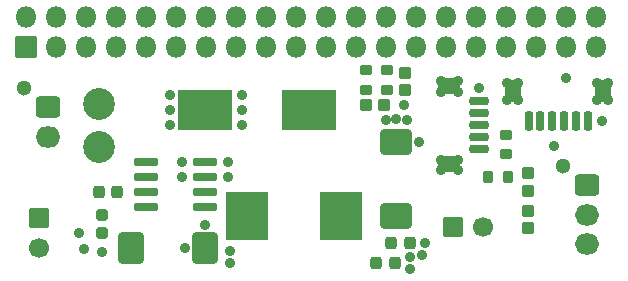
<source format=gbr>
%TF.GenerationSoftware,KiCad,Pcbnew,(6.0.1)*%
%TF.CreationDate,2023-01-01T20:52:33-08:00*%
%TF.ProjectId,RPi-Power R1,5250692d-506f-4776-9572-2052312e6b69,rev?*%
%TF.SameCoordinates,Original*%
%TF.FileFunction,Soldermask,Top*%
%TF.FilePolarity,Negative*%
%FSLAX46Y46*%
G04 Gerber Fmt 4.6, Leading zero omitted, Abs format (unit mm)*
G04 Created by KiCad (PCBNEW (6.0.1)) date 2023-01-01 20:52:33*
%MOMM*%
%LPD*%
G01*
G04 APERTURE LIST*
G04 Aperture macros list*
%AMRoundRect*
0 Rectangle with rounded corners*
0 $1 Rounding radius*
0 $2 $3 $4 $5 $6 $7 $8 $9 X,Y pos of 4 corners*
0 Add a 4 corners polygon primitive as box body*
4,1,4,$2,$3,$4,$5,$6,$7,$8,$9,$2,$3,0*
0 Add four circle primitives for the rounded corners*
1,1,$1+$1,$2,$3*
1,1,$1+$1,$4,$5*
1,1,$1+$1,$6,$7*
1,1,$1+$1,$8,$9*
0 Add four rect primitives between the rounded corners*
20,1,$1+$1,$2,$3,$4,$5,0*
20,1,$1+$1,$4,$5,$6,$7,0*
20,1,$1+$1,$6,$7,$8,$9,0*
20,1,$1+$1,$8,$9,$2,$3,0*%
G04 Aperture macros list end*
%ADD10RoundRect,0.250000X-0.275000X0.200000X-0.275000X-0.200000X0.275000X-0.200000X0.275000X0.200000X0*%
%ADD11RoundRect,0.250000X-0.200000X-0.275000X0.200000X-0.275000X0.200000X0.275000X-0.200000X0.275000X0*%
%ADD12RoundRect,0.101600X0.400000X0.400000X-0.400000X0.400000X-0.400000X-0.400000X0.400000X-0.400000X0*%
%ADD13RoundRect,0.200000X0.625000X-0.150000X0.625000X0.150000X-0.625000X0.150000X-0.625000X-0.150000X0*%
%ADD14RoundRect,0.300000X0.650000X-0.350000X0.650000X0.350000X-0.650000X0.350000X-0.650000X-0.350000X0*%
%ADD15RoundRect,0.101600X-0.400000X0.400000X-0.400000X-0.400000X0.400000X-0.400000X0.400000X0.400000X0*%
%ADD16RoundRect,0.275000X-0.250000X0.225000X-0.250000X-0.225000X0.250000X-0.225000X0.250000X0.225000X0*%
%ADD17RoundRect,0.050000X-0.800000X-0.800000X0.800000X-0.800000X0.800000X0.800000X-0.800000X0.800000X0*%
%ADD18C,1.700000*%
%ADD19RoundRect,0.200000X-0.150000X-0.625000X0.150000X-0.625000X0.150000X0.625000X-0.150000X0.625000X0*%
%ADD20RoundRect,0.300000X-0.350000X-0.650000X0.350000X-0.650000X0.350000X0.650000X-0.350000X0.650000X0*%
%ADD21RoundRect,0.300000X-0.725000X0.600000X-0.725000X-0.600000X0.725000X-0.600000X0.725000X0.600000X0*%
%ADD22O,2.050000X1.800000*%
%ADD23C,1.300000*%
%ADD24RoundRect,0.050000X0.850000X-0.850000X0.850000X0.850000X-0.850000X0.850000X-0.850000X-0.850000X0*%
%ADD25O,1.800000X1.800000*%
%ADD26RoundRect,0.300000X-0.750000X0.600000X-0.750000X-0.600000X0.750000X-0.600000X0.750000X0.600000X0*%
%ADD27O,2.100000X1.800000*%
%ADD28RoundRect,0.200000X-0.825000X-0.150000X0.825000X-0.150000X0.825000X0.150000X-0.825000X0.150000X0*%
%ADD29RoundRect,0.050000X-1.750000X-2.000000X1.750000X-2.000000X1.750000X2.000000X-1.750000X2.000000X0*%
%ADD30C,2.700000*%
%ADD31RoundRect,0.050000X-2.250000X1.650000X-2.250000X-1.650000X2.250000X-1.650000X2.250000X1.650000X0*%
%ADD32RoundRect,0.300000X-0.787500X-1.025000X0.787500X-1.025000X0.787500X1.025000X-0.787500X1.025000X0*%
%ADD33RoundRect,0.275000X-0.225000X-0.250000X0.225000X-0.250000X0.225000X0.250000X-0.225000X0.250000X0*%
%ADD34RoundRect,0.300000X1.025000X-0.787500X1.025000X0.787500X-1.025000X0.787500X-1.025000X-0.787500X0*%
%ADD35RoundRect,0.050000X-0.800000X0.800000X-0.800000X-0.800000X0.800000X-0.800000X0.800000X0.800000X0*%
%ADD36C,0.900000*%
G04 APERTURE END LIST*
D10*
%TO.C,R4*%
X43180000Y11240000D03*
X43180000Y12890000D03*
%TD*%
D11*
%TO.C,R3*%
X41720000Y9271000D03*
X43370000Y9271000D03*
%TD*%
D12*
%TO.C,D5*%
X45085000Y8140000D03*
X45085000Y9640000D03*
%TD*%
%TO.C,D4*%
X45085000Y6465000D03*
X45085000Y4965000D03*
%TD*%
D13*
%TO.C,J5*%
X40949000Y11716000D03*
X40949000Y12716000D03*
X40949000Y13716000D03*
X40949000Y14716000D03*
X40949000Y15716000D03*
D14*
X38424000Y17016000D03*
X38424000Y10416000D03*
%TD*%
D10*
%TO.C,R2*%
X31369000Y18351000D03*
X31369000Y16701000D03*
%TD*%
%TO.C,R1*%
X33147000Y18351000D03*
X33147000Y16701000D03*
%TD*%
D15*
%TO.C,D3*%
X32881000Y15367000D03*
X31381000Y15367000D03*
%TD*%
D12*
%TO.C,D2*%
X34671000Y16637000D03*
X34671000Y18137000D03*
%TD*%
D16*
%TO.C,C2*%
X9017000Y6109000D03*
X9017000Y4559000D03*
%TD*%
D17*
%TO.C,C8*%
X38735000Y5080000D03*
D18*
X41235000Y5080000D03*
%TD*%
D19*
%TO.C,J6*%
X45125000Y14042000D03*
X46125000Y14042000D03*
X47125000Y14042000D03*
X48125000Y14042000D03*
X49125000Y14042000D03*
X50125000Y14042000D03*
D20*
X43825000Y16567000D03*
X51425000Y16567000D03*
%TD*%
D21*
%TO.C,J7*%
X50038000Y8636000D03*
D22*
X50038000Y6136000D03*
X50038000Y3636000D03*
D23*
X48038000Y10236000D03*
%TD*%
D24*
%TO.C,J2*%
X2540000Y20320000D03*
D25*
X2540000Y22860000D03*
X5080000Y20320000D03*
X5080000Y22860000D03*
X7620000Y20320000D03*
X7620000Y22860000D03*
X10160000Y20320000D03*
X10160000Y22860000D03*
X12700000Y20320000D03*
X12700000Y22860000D03*
X15240000Y20320000D03*
X15240000Y22860000D03*
X17780000Y20320000D03*
X17780000Y22860000D03*
X20320000Y20320000D03*
X20320000Y22860000D03*
X22860000Y20320000D03*
X22860000Y22860000D03*
X25400000Y20320000D03*
X25400000Y22860000D03*
X27940000Y20320000D03*
X27940000Y22860000D03*
X30480000Y20320000D03*
X30480000Y22860000D03*
X33020000Y20320000D03*
X33020000Y22860000D03*
X35560000Y20320000D03*
X35560000Y22860000D03*
X38100000Y20320000D03*
X38100000Y22860000D03*
X40640000Y20320000D03*
X40640000Y22860000D03*
X43180000Y20320000D03*
X43180000Y22860000D03*
X45720000Y20320000D03*
X45720000Y22860000D03*
X48260000Y20320000D03*
X48260000Y22860000D03*
X50800000Y20320000D03*
X50800000Y22860000D03*
%TD*%
D26*
%TO.C,J1*%
X4445000Y15240000D03*
D27*
X4445000Y12740000D03*
D23*
X2445000Y16840000D03*
%TD*%
D28*
%TO.C,U2*%
X12765000Y10541000D03*
X12765000Y9271000D03*
X12765000Y8001000D03*
X12765000Y6731000D03*
X17715000Y6731000D03*
X17715000Y8001000D03*
X17715000Y9271000D03*
X17715000Y10541000D03*
%TD*%
D29*
%TO.C,L1*%
X21273000Y5969000D03*
X29273000Y5969000D03*
%TD*%
D30*
%TO.C,J4*%
X8763000Y15494000D03*
%TD*%
%TO.C,J3*%
X8763000Y11811000D03*
%TD*%
D31*
%TO.C,D1*%
X26498000Y14986000D03*
X17698000Y14986000D03*
%TD*%
D32*
%TO.C,C7*%
X11492500Y3302000D03*
X17717500Y3302000D03*
%TD*%
D33*
%TO.C,C6*%
X32245000Y2032000D03*
X33795000Y2032000D03*
%TD*%
%TO.C,C5*%
X8750000Y8001000D03*
X10300000Y8001000D03*
%TD*%
D34*
%TO.C,C4*%
X33909000Y6031500D03*
X33909000Y12256500D03*
%TD*%
D33*
%TO.C,C3*%
X33515000Y3683000D03*
X35065000Y3683000D03*
%TD*%
D35*
%TO.C,C1*%
X3683000Y5842000D03*
D18*
X3683000Y3342000D03*
%TD*%
D36*
X20828000Y14986000D03*
X20828000Y16256000D03*
X20828000Y13716000D03*
X14732000Y13716000D03*
X14732000Y14986000D03*
X14732000Y16256000D03*
X37719000Y17399000D03*
X37719000Y16510000D03*
X39116000Y17399000D03*
X39116000Y16510000D03*
X39116000Y10766000D03*
X39116000Y9877000D03*
X37719000Y9877000D03*
X37719000Y10766000D03*
X43323000Y17259000D03*
X44212000Y17259000D03*
X44212000Y15862000D03*
X43323000Y15862000D03*
X50923000Y17259000D03*
X51812000Y17259000D03*
X51812000Y15862000D03*
X50923000Y15862000D03*
X7493000Y3239988D03*
X7049500Y4559000D03*
X9017000Y2986000D03*
X51347000Y14042000D03*
X15747500Y9271000D03*
X15747500Y10541000D03*
X19682500Y9271000D03*
X19682500Y10541000D03*
X17717500Y5269500D03*
X35876500Y12256500D03*
X33020000Y14159500D03*
X34798000Y14159500D03*
X36081000Y2667000D03*
X33909000Y14224000D03*
X19812000Y3048000D03*
X19812000Y2032000D03*
X16002002Y3302000D03*
X35052000Y1523998D03*
X35052000Y2540001D03*
X40949000Y16819000D03*
X36322000Y3683000D03*
X34544000Y15367000D03*
X47244000Y11938000D03*
X48260000Y17653000D03*
M02*

</source>
